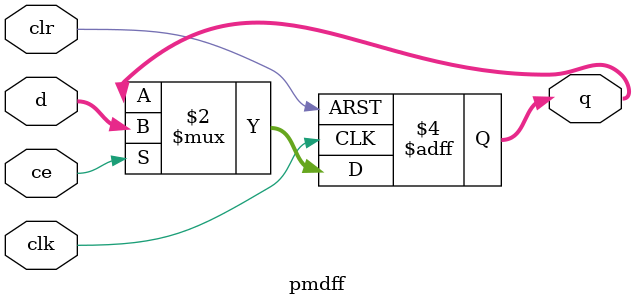
<source format=v>
`timescale 1ns / 1ps


module pmdff(clk,clr,d,q,ce);

    input clk, ce, clr;
    input [3:0] d;
    
    output reg [3:0] q;

    always@(posedge clr or posedge clk)
    begin
        if(clr) 
        begin
        q <= 0;
        end
        else if(ce) 
        begin
        q <= d;
        end
    end
endmodule
</source>
